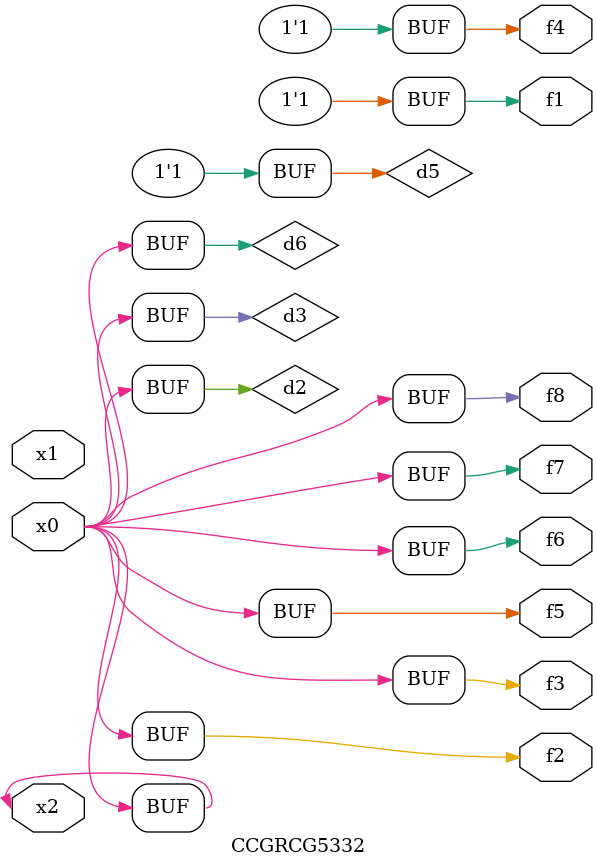
<source format=v>
module CCGRCG5332(
	input x0, x1, x2,
	output f1, f2, f3, f4, f5, f6, f7, f8
);

	wire d1, d2, d3, d4, d5, d6;

	xnor (d1, x2);
	buf (d2, x0, x2);
	and (d3, x0);
	xnor (d4, x1, x2);
	nand (d5, d1, d3);
	buf (d6, d2, d3);
	assign f1 = d5;
	assign f2 = d6;
	assign f3 = d6;
	assign f4 = d5;
	assign f5 = d6;
	assign f6 = d6;
	assign f7 = d6;
	assign f8 = d6;
endmodule

</source>
